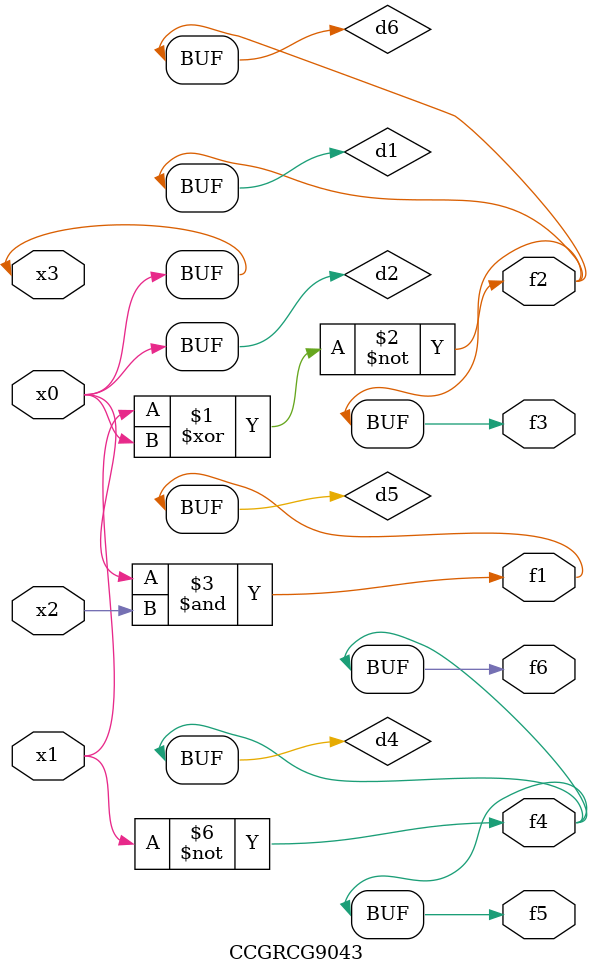
<source format=v>
module CCGRCG9043(
	input x0, x1, x2, x3,
	output f1, f2, f3, f4, f5, f6
);

	wire d1, d2, d3, d4, d5, d6;

	xnor (d1, x1, x3);
	buf (d2, x0, x3);
	nand (d3, x0, x2);
	not (d4, x1);
	nand (d5, d3);
	or (d6, d1);
	assign f1 = d5;
	assign f2 = d6;
	assign f3 = d6;
	assign f4 = d4;
	assign f5 = d4;
	assign f6 = d4;
endmodule

</source>
